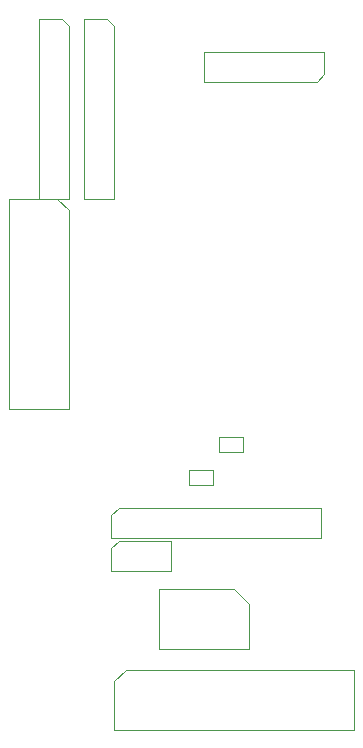
<source format=gbr>
%TF.GenerationSoftware,KiCad,Pcbnew,(5.1.7)-1*%
%TF.CreationDate,2023-05-20T09:23:02-06:00*%
%TF.ProjectId,AMPE32T30,414d5045-3332-4543-9330-2e6b69636164,rev?*%
%TF.SameCoordinates,PX76efc10PY4eb9cf0*%
%TF.FileFunction,Other,Fab,Top*%
%FSLAX46Y46*%
G04 Gerber Fmt 4.6, Leading zero omitted, Abs format (unit mm)*
G04 Created by KiCad (PCBNEW (5.1.7)-1) date 2023-05-20 09:23:02*
%MOMM*%
%LPD*%
G01*
G04 APERTURE LIST*
%ADD10C,0.100000*%
G04 APERTURE END LIST*
D10*
%TO.C,J3*%
X6858000Y63500000D02*
X8763000Y63500000D01*
X8763000Y63500000D02*
X9398000Y62865000D01*
X9398000Y62865000D02*
X9398000Y48260000D01*
X9398000Y48260000D02*
X6858000Y48260000D01*
X6858000Y48260000D02*
X6858000Y63500000D01*
%TO.C,J1*%
X3048000Y63500000D02*
X4953000Y63500000D01*
X4953000Y63500000D02*
X5588000Y62865000D01*
X5588000Y62865000D02*
X5588000Y48260000D01*
X5588000Y48260000D02*
X3048000Y48260000D01*
X3048000Y48260000D02*
X3048000Y63500000D01*
%TO.C,J5*%
X29718000Y3302000D02*
X9398000Y3302000D01*
X29718000Y8382000D02*
X29718000Y3302000D01*
X10398000Y8382000D02*
X29718000Y8382000D01*
X9398000Y7382000D02*
X10398000Y8382000D01*
X9398000Y3302000D02*
X9398000Y7382000D01*
%TO.C,MP*%
X27178000Y60706000D02*
X27178000Y58801000D01*
X27178000Y58801000D02*
X26543000Y58166000D01*
X26543000Y58166000D02*
X17018000Y58166000D01*
X17018000Y58166000D02*
X17018000Y60706000D01*
X17018000Y60706000D02*
X27178000Y60706000D01*
%TO.C,R1*%
X17764000Y25263000D02*
X17764000Y24013000D01*
X17764000Y24013000D02*
X15764000Y24013000D01*
X15764000Y24013000D02*
X15764000Y25263000D01*
X15764000Y25263000D02*
X17764000Y25263000D01*
%TO.C,R2*%
X20304000Y28057000D02*
X20304000Y26807000D01*
X20304000Y26807000D02*
X18304000Y26807000D01*
X18304000Y26807000D02*
X18304000Y28057000D01*
X18304000Y28057000D02*
X20304000Y28057000D01*
%TO.C,J6*%
X14224000Y16764000D02*
X9144000Y16764000D01*
X14224000Y19304000D02*
X14224000Y16764000D01*
X9779000Y19304000D02*
X14224000Y19304000D01*
X9144000Y18669000D02*
X9779000Y19304000D01*
X9144000Y16764000D02*
X9144000Y18669000D01*
%TO.C,J7*%
X508000Y30480000D02*
X508000Y48260000D01*
X5588000Y30480000D02*
X508000Y30480000D01*
X5588000Y47260000D02*
X5588000Y30480000D01*
X4588000Y48260000D02*
X5588000Y47260000D01*
X508000Y48260000D02*
X4588000Y48260000D01*
%TO.C,J2*%
X20828000Y13970000D02*
X20828000Y10160000D01*
X20828000Y10160000D02*
X13208000Y10160000D01*
X13208000Y10160000D02*
X13208000Y15240000D01*
X13208000Y15240000D02*
X19558000Y15240000D01*
X19558000Y15240000D02*
X20828000Y13970000D01*
%TO.C,J4*%
X9144000Y19558000D02*
X9144000Y21463000D01*
X9144000Y21463000D02*
X9779000Y22098000D01*
X9779000Y22098000D02*
X26924000Y22098000D01*
X26924000Y22098000D02*
X26924000Y19558000D01*
X26924000Y19558000D02*
X9144000Y19558000D01*
%TD*%
M02*

</source>
